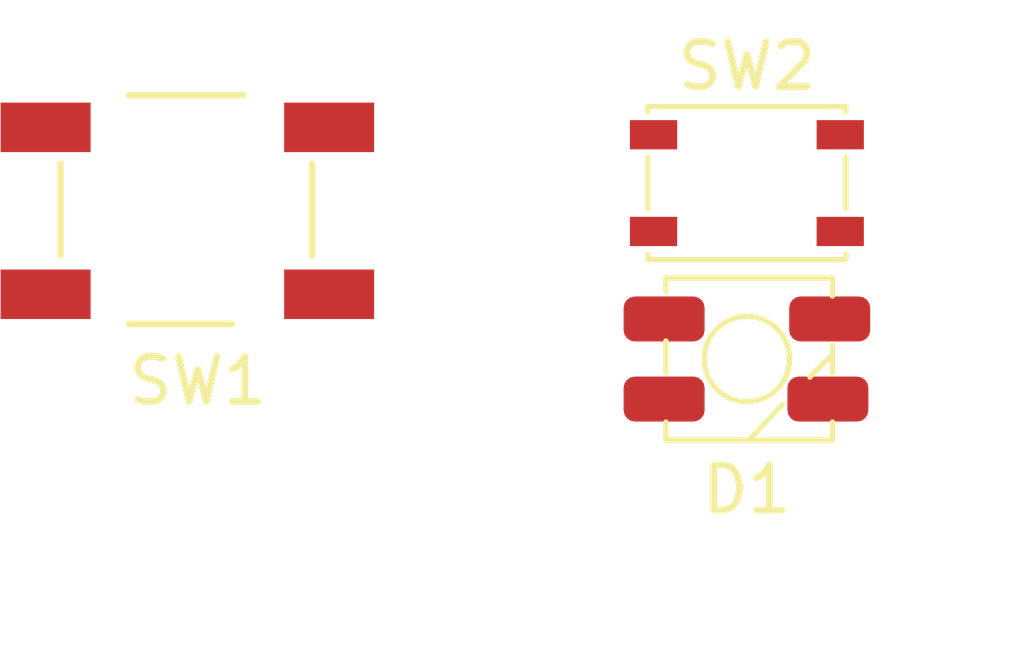
<source format=kicad_pcb>
(kicad_pcb (version 20240108) (generator "pcbnew") (generator_version "8.0")
  (layers (0 "F.Cu" signal) (31 "B.Cu" signal) (34 "B.Paste" user) (35 "F.Paste" user) (36 "B.SilkS" user "B.Silkscreen") (37 "F.SilkS" user "F.Silkscreen") (38 "B.Mask" user) (39 "F.Mask" user) (44 "Edge.Cuts" user))
  (net 0 "")
  (footprint "synkie_footprints:Alps_Tactile_Switch" (layer "F.Cu") (at 65.929 76.171)
    (property "Reference" "SW1" (at 0.264 3.828 0) (layer "F.SilkS"))
    (property "Value" "SW_Push")
    (fp_line (start -2.784 -0.998) (end -2.784 1.034) (stroke (width 0.15)) (layer "F.SilkS"))
    (fp_line (start -1.26 -2.522) (end 1.28 -2.522) (stroke (width 0.15)) (layer "F.SilkS"))
    (fp_line (start -1.26 2.558) (end 1.026 2.558) (stroke (width 0.15)) (layer "F.SilkS"))
    (fp_line (start 2.804 -0.998) (end 2.804 1.034) (stroke (width 0.15)) (layer "F.SilkS"))
    (pad "1" smd rect (at -3.115 -1.81) (size 2 1.1) (layers "F.Cu" "F.Paste" "F.Mask"))
    (pad "1" smd rect (at 3.185 -1.81) (size 2 1.1) (layers "F.Cu" "F.Paste" "F.Mask"))
    (pad "2" smd rect (at -3.115 1.9) (size 2 1.1) (layers "F.Cu" "F.Paste" "F.Mask"))
    (pad "2" smd rect (at 3.185 1.9) (size 2 1.1) (layers "F.Cu" "F.Paste" "F.Mask"))
  )
  (footprint "Button_Switch_SMD:SW_SPST_PTS810" (layer "F.Cu") (at 78.4 75.6)
    (property "Reference" "SW2" (at 0 -2.6 0) (layer "F.SilkS"))
    (property "Value" "SW_Push")
    (fp_line (start -2.2 -1.7) (end -2.2 -1.58) (stroke (width 0.12)) (layer "F.SilkS"))
    (fp_line (start -2.2 -0.57) (end -2.2 0.57) (stroke (width 0.12)) (layer "F.SilkS"))
    (fp_line (start -2.2 1.58) (end -2.2 1.7) (stroke (width 0.12)) (layer "F.SilkS"))
    (fp_line (start -2.2 1.7) (end 2.2 1.7) (stroke (width 0.12)) (layer "F.SilkS"))
    (fp_line (start 2.2 -1.7) (end -2.2 -1.7) (stroke (width 0.12)) (layer "F.SilkS"))
    (fp_line (start 2.2 -1.58) (end 2.2 -1.7) (stroke (width 0.12)) (layer "F.SilkS"))
    (fp_line (start 2.2 0.57) (end 2.2 -0.57) (stroke (width 0.12)) (layer "F.SilkS"))
    (fp_line (start 2.2 1.7) (end 2.2 1.58) (stroke (width 0.12)) (layer "F.SilkS"))
    (pad "1" smd rect (at -2.075 -1.075) (size 1.05 0.65) (layers "F.Cu" "F.Paste" "F.Mask"))
    (pad "1" smd rect (at 2.075 -1.075) (size 1.05 0.65) (layers "F.Cu" "F.Paste" "F.Mask"))
    (pad "2" smd rect (at -2.075 1.075) (size 1.05 0.65) (layers "F.Cu" "F.Paste" "F.Mask"))
    (pad "2" smd rect (at 2.075 1.075) (size 1.05 0.65) (layers "F.Cu" "F.Paste" "F.Mask"))
  )
  (footprint "Anyma06:SK6812-MINI-HS" (layer "F.Cu") (at 78.4 79.51)
    (property "Reference" "D1" (at 0 2.9 0) (layer "F.SilkS"))
    (property "Value" "SK6812MINI")
    (fp_line (start -1.8 -1.8) (end 1.9 -1.8) (stroke (width 0.12)) (layer "F.SilkS"))
    (fp_line (start -1.8 -1.5) (end -1.8 -1.8) (stroke (width 0.12)) (layer "F.SilkS"))
    (fp_line (start -1.8 -0.4) (end -1.8 0.3) (stroke (width 0.12)) (layer "F.SilkS"))
    (fp_line (start -1.8 1.4) (end -1.8 1.8) (stroke (width 0.12)) (layer "F.SilkS"))
    (fp_line (start -1.8 1.8) (end 1.9 1.8) (stroke (width 0.12)) (layer "F.SilkS"))
    (fp_line (start 0.8 1) (end 0.05 1.8) (stroke (width 0.12)) (layer "F.SilkS"))
    (fp_line (start 1.9 -1.8) (end 1.9 -1.4) (stroke (width 0.12)) (layer "F.SilkS"))
    (fp_line (start 1.9 -0.3) (end 1.9 0.3) (stroke (width 0.12)) (layer "F.SilkS"))
    (fp_line (start 1.9 -0.1) (end 1.4 0.4) (stroke (width 0.12)) (layer "F.SilkS"))
    (fp_line (start 1.9 1.8) (end 1.9 1.4) (stroke (width 0.12)) (layer "F.SilkS"))
    (fp_circle (center 0 0) (end 0.9 0.3) (stroke (width 0.12)) (fill none) (layer "F.SilkS"))
    (pad "1" smd roundrect (at -1.84 0.89) (size 1.8 1) (layers "F.Cu" "F.Paste" "F.Mask"))
    (pad "2" smd roundrect (at 1.8 0.89) (size 1.8 1) (layers "F.Cu" "F.Paste" "F.Mask"))
    (pad "3" smd roundrect (at 1.84 -0.89) (size 1.8 1) (layers "F.Cu" "F.Paste" "F.Mask"))
    (pad "4" smd roundrect (at -1.84 -0.89) (size 1.8 1) (layers "F.Cu" "F.Paste" "F.Mask"))
  )
)
</source>
